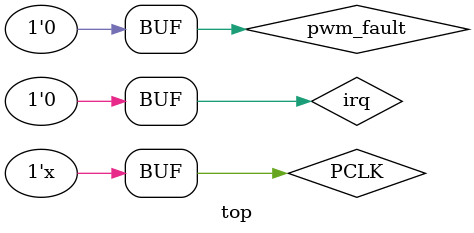
<source format=v>
`timescale 1ns/1ps

module top();
wire pwm0;
wire pwm1;
wire pwm_fault = 0;
reg PCLK = 0;
wire PRESETn;
wire [31:0] PADDR;
wire PWRITE;
wire PSEL;
wire PENABLE;
wire [31:0] PWDATA;
wire [31:0] PRDATA;
wire PREADY;
wire irq =0;

AUCOHL_TMR32_APB uut(
    .pwm0(pwm0),
    .pwm1(pwm1),
    .pwm_fault(pwm_fault),
    .PCLK(PCLK),
    .PRESETn(PRESETn),
    .PADDR(PADDR),
    .PWRITE(PWRITE),
    .PSEL(PSEL),
    .PENABLE(PENABLE),
    .PWDATA(PWDATA),
    .PRDATA(PRDATA),
    .PREADY(PREADY)
);

`ifndef SKIP_WAVE_DUMP
initial begin
    $dumpfile("waves.vcd");
    $dumpvars(0, top);
end
`endif

always #5 PCLK = !PCLK;

// get the timeout flag as it's not output 
wire timeout_flag = uut.timeout_flag;

endmodule
</source>
